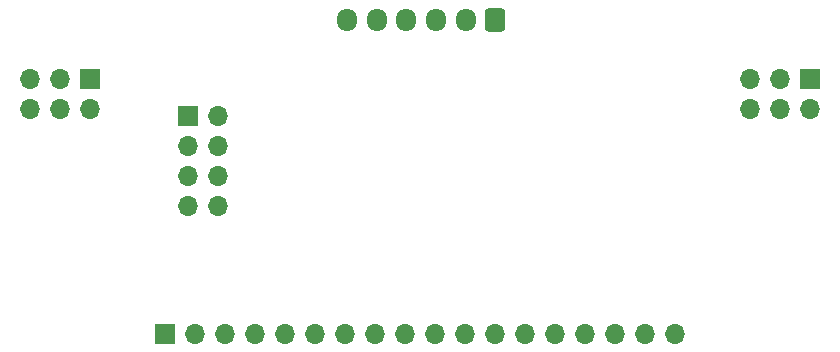
<source format=gbr>
%TF.GenerationSoftware,KiCad,Pcbnew,7.0.9*%
%TF.CreationDate,2024-06-25T21:03:02+09:00*%
%TF.ProjectId,04-line_sub,30342d6c-696e-4655-9f73-75622e6b6963,rev?*%
%TF.SameCoordinates,Original*%
%TF.FileFunction,Soldermask,Bot*%
%TF.FilePolarity,Negative*%
%FSLAX46Y46*%
G04 Gerber Fmt 4.6, Leading zero omitted, Abs format (unit mm)*
G04 Created by KiCad (PCBNEW 7.0.9) date 2024-06-25 21:03:02*
%MOMM*%
%LPD*%
G01*
G04 APERTURE LIST*
G04 Aperture macros list*
%AMRoundRect*
0 Rectangle with rounded corners*
0 $1 Rounding radius*
0 $2 $3 $4 $5 $6 $7 $8 $9 X,Y pos of 4 corners*
0 Add a 4 corners polygon primitive as box body*
4,1,4,$2,$3,$4,$5,$6,$7,$8,$9,$2,$3,0*
0 Add four circle primitives for the rounded corners*
1,1,$1+$1,$2,$3*
1,1,$1+$1,$4,$5*
1,1,$1+$1,$6,$7*
1,1,$1+$1,$8,$9*
0 Add four rect primitives between the rounded corners*
20,1,$1+$1,$2,$3,$4,$5,0*
20,1,$1+$1,$4,$5,$6,$7,0*
20,1,$1+$1,$6,$7,$8,$9,0*
20,1,$1+$1,$8,$9,$2,$3,0*%
G04 Aperture macros list end*
%ADD10R,1.700000X1.700000*%
%ADD11O,1.700000X1.700000*%
%ADD12O,1.700000X1.950000*%
%ADD13RoundRect,0.250000X0.600000X0.725000X-0.600000X0.725000X-0.600000X-0.725000X0.600000X-0.725000X0*%
G04 APERTURE END LIST*
D10*
%TO.C,J4*%
X80010000Y-109220000D03*
D11*
X82550000Y-109220000D03*
X85090000Y-109220000D03*
X87630000Y-109220000D03*
X90170000Y-109220000D03*
X92710000Y-109220000D03*
X95250000Y-109220000D03*
X97790000Y-109220000D03*
X100330000Y-109220000D03*
X102870000Y-109220000D03*
X105410000Y-109220000D03*
X107950000Y-109220000D03*
X110490000Y-109220000D03*
X113030000Y-109220000D03*
X115570000Y-109220000D03*
X118110000Y-109220000D03*
X120650000Y-109220000D03*
X123190000Y-109220000D03*
%TD*%
D10*
%TO.C,J3*%
X134620000Y-87630000D03*
D11*
X134620000Y-90170000D03*
X132080000Y-87630000D03*
X132080000Y-90170000D03*
X129540000Y-87630000D03*
X129540000Y-90170000D03*
%TD*%
D12*
%TO.C,J1*%
X95450000Y-82677000D03*
X97950000Y-82677000D03*
X100450000Y-82677000D03*
X102950000Y-82677000D03*
X105450000Y-82677000D03*
D13*
X107950000Y-82677000D03*
%TD*%
D10*
%TO.C,J2*%
X81915000Y-90805000D03*
D11*
X84455000Y-90805000D03*
X81915000Y-93345000D03*
X84455000Y-93345000D03*
X81915000Y-95885000D03*
X84455000Y-95885000D03*
X81915000Y-98425000D03*
X84455000Y-98425000D03*
%TD*%
D10*
%TO.C,J5*%
X73660000Y-87630000D03*
D11*
X73660000Y-90170000D03*
X71120000Y-87630000D03*
X71120000Y-90170000D03*
X68580000Y-87630000D03*
X68580000Y-90170000D03*
%TD*%
M02*

</source>
